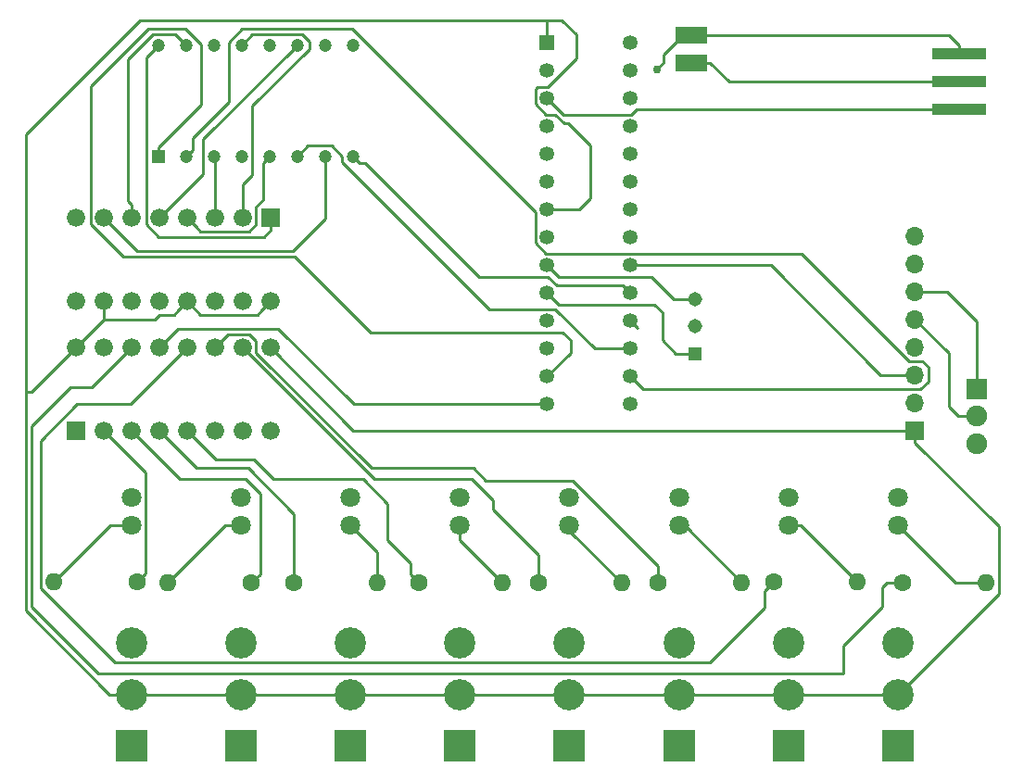
<source format=gbr>
G04 #@! TF.GenerationSoftware,KiCad,Pcbnew,(5.0.2)-1*
G04 #@! TF.CreationDate,2019-11-03T18:05:40-05:00*
G04 #@! TF.ProjectId,bin2hex,62696e32-6865-4782-9e6b-696361645f70,v01*
G04 #@! TF.SameCoordinates,Original*
G04 #@! TF.FileFunction,Copper,L1,Top*
G04 #@! TF.FilePolarity,Positive*
%FSLAX46Y46*%
G04 Gerber Fmt 4.6, Leading zero omitted, Abs format (unit mm)*
G04 Created by KiCad (PCBNEW (5.0.2)-1) date 11/3/2019 6:05:40 PM*
%MOMM*%
%LPD*%
G01*
G04 APERTURE LIST*
G04 #@! TA.AperFunction,ComponentPad*
%ADD10R,1.900000X1.900000*%
G04 #@! TD*
G04 #@! TA.AperFunction,ComponentPad*
%ADD11C,1.900000*%
G04 #@! TD*
G04 #@! TA.AperFunction,ComponentPad*
%ADD12R,1.200000X1.200000*%
G04 #@! TD*
G04 #@! TA.AperFunction,ComponentPad*
%ADD13C,1.200000*%
G04 #@! TD*
G04 #@! TA.AperFunction,ComponentPad*
%ADD14C,2.850000*%
G04 #@! TD*
G04 #@! TA.AperFunction,ComponentPad*
%ADD15R,2.850000X2.850000*%
G04 #@! TD*
G04 #@! TA.AperFunction,ComponentPad*
%ADD16C,1.800000*%
G04 #@! TD*
G04 #@! TA.AperFunction,ComponentPad*
%ADD17O,1.600000X1.600000*%
G04 #@! TD*
G04 #@! TA.AperFunction,ComponentPad*
%ADD18C,1.600000*%
G04 #@! TD*
G04 #@! TA.AperFunction,SMDPad,CuDef*
%ADD19R,5.000000X1.000000*%
G04 #@! TD*
G04 #@! TA.AperFunction,ComponentPad*
%ADD20R,1.676400X1.676400*%
G04 #@! TD*
G04 #@! TA.AperFunction,ComponentPad*
%ADD21C,1.676400*%
G04 #@! TD*
G04 #@! TA.AperFunction,ComponentPad*
%ADD22R,1.308000X1.308000*%
G04 #@! TD*
G04 #@! TA.AperFunction,ComponentPad*
%ADD23C,1.308000*%
G04 #@! TD*
G04 #@! TA.AperFunction,ComponentPad*
%ADD24R,1.350000X1.350000*%
G04 #@! TD*
G04 #@! TA.AperFunction,ComponentPad*
%ADD25C,1.350000*%
G04 #@! TD*
G04 #@! TA.AperFunction,SMDPad,CuDef*
%ADD26R,3.000000X1.500000*%
G04 #@! TD*
G04 #@! TA.AperFunction,ComponentPad*
%ADD27R,1.700000X1.700000*%
G04 #@! TD*
G04 #@! TA.AperFunction,ComponentPad*
%ADD28O,1.700000X1.700000*%
G04 #@! TD*
G04 #@! TA.AperFunction,ViaPad*
%ADD29C,0.762000*%
G04 #@! TD*
G04 #@! TA.AperFunction,Conductor*
%ADD30C,0.254000*%
G04 #@! TD*
G04 APERTURE END LIST*
D10*
G04 #@! TO.P,S9,1*
G04 #@! TO.N,Net-(J2-Pad6)*
X187248800Y-105283000D03*
D11*
G04 #@! TO.P,S9,2*
G04 #@! TO.N,Net-(J2-Pad5)*
X187248800Y-107783000D03*
G04 #@! TO.P,S9,3*
G04 #@! TO.N,GND*
X187248800Y-110283000D03*
G04 #@! TD*
D12*
G04 #@! TO.P,U2,1*
G04 #@! TO.N,Net-(J1-Pad13)*
X112445800Y-84023200D03*
D13*
G04 #@! TO.P,U2,2*
G04 #@! TO.N,Net-(J1-Pad16)*
X114985800Y-84023200D03*
G04 #@! TO.P,U2,3*
G04 #@! TO.N,Net-(U2-Pad3)*
X117525800Y-84023200D03*
G04 #@! TO.P,U2,4*
G04 #@! TO.N,N/C*
X120065800Y-84023200D03*
G04 #@! TO.P,U2,5*
G04 #@! TO.N,Net-(U2-Pad5)*
X122605800Y-84023200D03*
G04 #@! TO.P,U2,6*
G04 #@! TO.N,Net-(J1-Pad17)*
X125145800Y-84023200D03*
G04 #@! TO.P,U2,7*
G04 #@! TO.N,Net-(U2-Pad7)*
X127685800Y-84023200D03*
G04 #@! TO.P,U2,8*
G04 #@! TO.N,Net-(J1-Pad19)*
X130225800Y-84023200D03*
G04 #@! TO.P,U2,9*
G04 #@! TO.N,N/C*
X130225800Y-73863200D03*
G04 #@! TO.P,U2,10*
X127685800Y-73863200D03*
G04 #@! TO.P,U2,11*
G04 #@! TO.N,Net-(U2-Pad11)*
X125145800Y-73863200D03*
G04 #@! TO.P,U2,12*
G04 #@! TO.N,N/C*
X122605800Y-73863200D03*
G04 #@! TO.P,U2,13*
G04 #@! TO.N,Net-(U2-Pad13)*
X120065800Y-73863200D03*
G04 #@! TO.P,U2,14*
G04 #@! TO.N,Net-(U2-Pad14)*
X117525800Y-73863200D03*
G04 #@! TO.P,U2,15*
G04 #@! TO.N,Net-(U2-Pad15)*
X114985800Y-73863200D03*
G04 #@! TO.P,U2,16*
G04 #@! TO.N,Net-(U2-Pad16)*
X112445800Y-73863200D03*
G04 #@! TD*
D14*
G04 #@! TO.P,S8,3*
G04 #@! TO.N,Net-(S8-Pad3)*
X180000000Y-128498400D03*
G04 #@! TO.P,S8,2*
G04 #@! TO.N,+5V*
X180000000Y-133198400D03*
D15*
G04 #@! TO.P,S8,1*
G04 #@! TO.N,Net-(R8-Pad1)*
X180000000Y-137898400D03*
G04 #@! TD*
D14*
G04 #@! TO.P,S2,3*
G04 #@! TO.N,Net-(S2-Pad3)*
X120000000Y-128498400D03*
G04 #@! TO.P,S2,2*
G04 #@! TO.N,+5V*
X120000000Y-133198400D03*
D15*
G04 #@! TO.P,S2,1*
G04 #@! TO.N,Net-(R2-Pad1)*
X120000000Y-137898400D03*
G04 #@! TD*
D16*
G04 #@! TO.P,D1,2*
G04 #@! TO.N,Net-(D1-Pad2)*
X110000000Y-117770000D03*
G04 #@! TO.P,D1,1*
G04 #@! TO.N,GND*
X110000000Y-115230000D03*
G04 #@! TD*
G04 #@! TO.P,D2,1*
G04 #@! TO.N,GND*
X120000000Y-115230000D03*
G04 #@! TO.P,D2,2*
G04 #@! TO.N,Net-(D2-Pad2)*
X120000000Y-117770000D03*
G04 #@! TD*
G04 #@! TO.P,D3,2*
G04 #@! TO.N,Net-(D3-Pad2)*
X130000000Y-117770000D03*
G04 #@! TO.P,D3,1*
G04 #@! TO.N,GND*
X130000000Y-115230000D03*
G04 #@! TD*
G04 #@! TO.P,D4,1*
G04 #@! TO.N,GND*
X140000000Y-115230000D03*
G04 #@! TO.P,D4,2*
G04 #@! TO.N,Net-(D4-Pad2)*
X140000000Y-117770000D03*
G04 #@! TD*
G04 #@! TO.P,D5,2*
G04 #@! TO.N,Net-(D5-Pad2)*
X150000000Y-117770000D03*
G04 #@! TO.P,D5,1*
G04 #@! TO.N,GND*
X150000000Y-115230000D03*
G04 #@! TD*
G04 #@! TO.P,D6,1*
G04 #@! TO.N,GND*
X160000000Y-115230000D03*
G04 #@! TO.P,D6,2*
G04 #@! TO.N,Net-(D6-Pad2)*
X160000000Y-117770000D03*
G04 #@! TD*
G04 #@! TO.P,D7,2*
G04 #@! TO.N,Net-(D7-Pad2)*
X170000000Y-117770000D03*
G04 #@! TO.P,D7,1*
G04 #@! TO.N,GND*
X170000000Y-115230000D03*
G04 #@! TD*
G04 #@! TO.P,D8,1*
G04 #@! TO.N,GND*
X180000000Y-115230000D03*
G04 #@! TO.P,D8,2*
G04 #@! TO.N,Net-(D8-Pad2)*
X180000000Y-117770000D03*
G04 #@! TD*
D17*
G04 #@! TO.P,R1,2*
G04 #@! TO.N,Net-(D1-Pad2)*
X102870000Y-122936000D03*
D18*
G04 #@! TO.P,R1,1*
G04 #@! TO.N,Net-(R1-Pad1)*
X110490000Y-122936000D03*
G04 #@! TD*
G04 #@! TO.P,R2,1*
G04 #@! TO.N,Net-(R2-Pad1)*
X120954800Y-122986800D03*
D17*
G04 #@! TO.P,R2,2*
G04 #@! TO.N,Net-(D2-Pad2)*
X113334800Y-122986800D03*
G04 #@! TD*
G04 #@! TO.P,R3,2*
G04 #@! TO.N,Net-(D3-Pad2)*
X132435600Y-122986800D03*
D18*
G04 #@! TO.P,R3,1*
G04 #@! TO.N,Net-(R3-Pad1)*
X124815600Y-122986800D03*
G04 #@! TD*
G04 #@! TO.P,R4,1*
G04 #@! TO.N,Net-(R4-Pad1)*
X136250000Y-123000000D03*
D17*
G04 #@! TO.P,R4,2*
G04 #@! TO.N,Net-(D4-Pad2)*
X143870000Y-123000000D03*
G04 #@! TD*
G04 #@! TO.P,R5,2*
G04 #@! TO.N,Net-(D5-Pad2)*
X154762200Y-123000000D03*
D18*
G04 #@! TO.P,R5,1*
G04 #@! TO.N,Net-(R5-Pad1)*
X147142200Y-123000000D03*
G04 #@! TD*
G04 #@! TO.P,R6,1*
G04 #@! TO.N,Net-(R6-Pad1)*
X158115000Y-122961400D03*
D17*
G04 #@! TO.P,R6,2*
G04 #@! TO.N,Net-(D6-Pad2)*
X165735000Y-122961400D03*
G04 #@! TD*
D18*
G04 #@! TO.P,R7,1*
G04 #@! TO.N,Net-(R7-Pad1)*
X168656000Y-122936000D03*
D17*
G04 #@! TO.P,R7,2*
G04 #@! TO.N,Net-(D7-Pad2)*
X176276000Y-122936000D03*
G04 #@! TD*
G04 #@! TO.P,R8,2*
G04 #@! TO.N,Net-(D8-Pad2)*
X188036200Y-123012200D03*
D18*
G04 #@! TO.P,R8,1*
G04 #@! TO.N,Net-(R8-Pad1)*
X180416200Y-123012200D03*
G04 #@! TD*
D19*
G04 #@! TO.P,RV1,1*
G04 #@! TO.N,Net-(J1-Pad3)*
X185623200Y-79756000D03*
G04 #@! TO.P,RV1,2*
G04 #@! TO.N,Net-(LS1-Pad1)*
X185623200Y-77216000D03*
G04 #@! TO.P,RV1,3*
G04 #@! TO.N,GND*
X185623200Y-74676000D03*
G04 #@! TD*
D15*
G04 #@! TO.P,S1,1*
G04 #@! TO.N,Net-(R1-Pad1)*
X110000000Y-137898400D03*
D14*
G04 #@! TO.P,S1,2*
G04 #@! TO.N,+5V*
X110000000Y-133198400D03*
G04 #@! TO.P,S1,3*
G04 #@! TO.N,Net-(S1-Pad3)*
X110000000Y-128498400D03*
G04 #@! TD*
G04 #@! TO.P,S3,3*
G04 #@! TO.N,Net-(S3-Pad3)*
X130000000Y-128498400D03*
G04 #@! TO.P,S3,2*
G04 #@! TO.N,+5V*
X130000000Y-133198400D03*
D15*
G04 #@! TO.P,S3,1*
G04 #@! TO.N,Net-(R3-Pad1)*
X130000000Y-137898400D03*
G04 #@! TD*
G04 #@! TO.P,S4,1*
G04 #@! TO.N,Net-(R4-Pad1)*
X140000000Y-137898400D03*
D14*
G04 #@! TO.P,S4,2*
G04 #@! TO.N,+5V*
X140000000Y-133198400D03*
G04 #@! TO.P,S4,3*
G04 #@! TO.N,Net-(S4-Pad3)*
X140000000Y-128498400D03*
G04 #@! TD*
D15*
G04 #@! TO.P,S5,1*
G04 #@! TO.N,Net-(R5-Pad1)*
X150000000Y-137898400D03*
D14*
G04 #@! TO.P,S5,2*
G04 #@! TO.N,+5V*
X150000000Y-133198400D03*
G04 #@! TO.P,S5,3*
G04 #@! TO.N,Net-(S5-Pad3)*
X150000000Y-128498400D03*
G04 #@! TD*
G04 #@! TO.P,S6,3*
G04 #@! TO.N,Net-(S6-Pad3)*
X160000000Y-128498400D03*
G04 #@! TO.P,S6,2*
G04 #@! TO.N,+5V*
X160000000Y-133198400D03*
D15*
G04 #@! TO.P,S6,1*
G04 #@! TO.N,Net-(R6-Pad1)*
X160000000Y-137898400D03*
G04 #@! TD*
G04 #@! TO.P,S7,1*
G04 #@! TO.N,Net-(R7-Pad1)*
X170000000Y-137898400D03*
D14*
G04 #@! TO.P,S7,2*
G04 #@! TO.N,+5V*
X170000000Y-133198400D03*
G04 #@! TO.P,S7,3*
G04 #@! TO.N,Net-(S7-Pad3)*
X170000000Y-128498400D03*
G04 #@! TD*
D20*
G04 #@! TO.P,U1,1*
G04 #@! TO.N,GND*
X104927400Y-109118400D03*
D21*
G04 #@! TO.P,U1,2*
G04 #@! TO.N,Net-(R1-Pad1)*
X107467400Y-109118400D03*
G04 #@! TO.P,U1,3*
G04 #@! TO.N,Net-(R2-Pad1)*
X110007400Y-109118400D03*
G04 #@! TO.P,U1,4*
G04 #@! TO.N,Net-(R3-Pad1)*
X112547400Y-109118400D03*
G04 #@! TO.P,U1,5*
G04 #@! TO.N,Net-(R4-Pad1)*
X115087400Y-109118400D03*
G04 #@! TO.P,U1,6*
G04 #@! TO.N,Net-(J1-Pad12)*
X117627400Y-109118400D03*
G04 #@! TO.P,U1,7*
G04 #@! TO.N,Net-(J1-Pad15)*
X120167400Y-109118400D03*
G04 #@! TO.P,U1,8*
G04 #@! TO.N,GND*
X122707400Y-109118400D03*
G04 #@! TO.P,U1,9*
G04 #@! TO.N,+5V*
X122707400Y-101498400D03*
G04 #@! TO.P,U1,10*
G04 #@! TO.N,Net-(R5-Pad1)*
X120167400Y-101498400D03*
G04 #@! TO.P,U1,11*
G04 #@! TO.N,Net-(R6-Pad1)*
X117627400Y-101498400D03*
G04 #@! TO.P,U1,12*
G04 #@! TO.N,Net-(R7-Pad1)*
X115087400Y-101498400D03*
G04 #@! TO.P,U1,13*
G04 #@! TO.N,Net-(J1-Pad14)*
X112547400Y-101498400D03*
G04 #@! TO.P,U1,14*
G04 #@! TO.N,Net-(R8-Pad1)*
X110007400Y-101498400D03*
G04 #@! TO.P,U1,15*
G04 #@! TO.N,Net-(J1-Pad18)*
X107467400Y-101498400D03*
G04 #@! TO.P,U1,16*
G04 #@! TO.N,+5V*
X104927400Y-101498400D03*
G04 #@! TD*
G04 #@! TO.P,U3,16*
G04 #@! TO.N,+5V*
X122707400Y-97282000D03*
G04 #@! TO.P,U3,15*
G04 #@! TO.N,Net-(U2-Pad14)*
X120167400Y-97282000D03*
G04 #@! TO.P,U3,14*
G04 #@! TO.N,Net-(J1-Pad5)*
X117627400Y-97282000D03*
G04 #@! TO.P,U3,13*
G04 #@! TO.N,+5V*
X115087400Y-97282000D03*
G04 #@! TO.P,U3,12*
G04 #@! TO.N,Net-(J1-Pad11)*
X112547400Y-97282000D03*
G04 #@! TO.P,U3,11*
G04 #@! TO.N,Net-(J1-Pad6)*
X110007400Y-97282000D03*
G04 #@! TO.P,U3,10*
G04 #@! TO.N,+5V*
X107467400Y-97282000D03*
G04 #@! TO.P,U3,9*
G04 #@! TO.N,Net-(U3-Pad9)*
X104927400Y-97282000D03*
G04 #@! TO.P,U3,8*
G04 #@! TO.N,GND*
X104927400Y-89662000D03*
G04 #@! TO.P,U3,7*
G04 #@! TO.N,Net-(U2-Pad7)*
X107467400Y-89662000D03*
G04 #@! TO.P,U3,6*
G04 #@! TO.N,Net-(U2-Pad15)*
X110007400Y-89662000D03*
G04 #@! TO.P,U3,5*
G04 #@! TO.N,Net-(U2-Pad11)*
X112547400Y-89662000D03*
G04 #@! TO.P,U3,4*
G04 #@! TO.N,Net-(U2-Pad5)*
X115087400Y-89662000D03*
G04 #@! TO.P,U3,3*
G04 #@! TO.N,Net-(U2-Pad3)*
X117627400Y-89662000D03*
G04 #@! TO.P,U3,2*
G04 #@! TO.N,Net-(U2-Pad13)*
X120167400Y-89662000D03*
D20*
G04 #@! TO.P,U3,1*
G04 #@! TO.N,Net-(U2-Pad16)*
X122707400Y-89662000D03*
G04 #@! TD*
D22*
G04 #@! TO.P,Y1,1*
G04 #@! TO.N,Net-(J1-Pad10)*
X161518600Y-102068000D03*
D23*
G04 #@! TO.P,Y1,2*
G04 #@! TO.N,GND*
X161518600Y-99568000D03*
G04 #@! TO.P,Y1,3*
G04 #@! TO.N,Net-(J1-Pad9)*
X161518600Y-97068000D03*
G04 #@! TD*
D24*
G04 #@! TO.P,J1,1*
G04 #@! TO.N,+5V*
X147955000Y-73660000D03*
D25*
G04 #@! TO.P,J1,2*
G04 #@! TO.N,Net-(J1-Pad2)*
X147955000Y-76200000D03*
G04 #@! TO.P,J1,3*
G04 #@! TO.N,Net-(J1-Pad3)*
X147955000Y-78740000D03*
G04 #@! TO.P,J1,4*
G04 #@! TO.N,Net-(J1-Pad4)*
X147955000Y-81280000D03*
G04 #@! TO.P,J1,5*
G04 #@! TO.N,Net-(J1-Pad5)*
X147955000Y-83820000D03*
G04 #@! TO.P,J1,6*
G04 #@! TO.N,Net-(J1-Pad6)*
X147955000Y-86360000D03*
G04 #@! TO.P,J1,7*
G04 #@! TO.N,+5V*
X147955000Y-88900000D03*
G04 #@! TO.P,J1,8*
G04 #@! TO.N,GND*
X147955000Y-91440000D03*
G04 #@! TO.P,J1,9*
G04 #@! TO.N,Net-(J1-Pad9)*
X147955000Y-93980000D03*
G04 #@! TO.P,J1,10*
G04 #@! TO.N,Net-(J1-Pad10)*
X147955000Y-96520000D03*
G04 #@! TO.P,J1,11*
G04 #@! TO.N,Net-(J1-Pad11)*
X147955000Y-99060000D03*
G04 #@! TO.P,J1,12*
G04 #@! TO.N,Net-(J1-Pad12)*
X147955000Y-101600000D03*
G04 #@! TO.P,J1,13*
G04 #@! TO.N,Net-(J1-Pad13)*
X147955000Y-104140000D03*
G04 #@! TO.P,J1,14*
G04 #@! TO.N,Net-(J1-Pad14)*
X147955000Y-106680000D03*
G04 #@! TO.P,J1,15*
G04 #@! TO.N,Net-(J1-Pad15)*
X155575000Y-106680000D03*
G04 #@! TO.P,J1,16*
G04 #@! TO.N,Net-(J1-Pad16)*
X155575000Y-104140000D03*
G04 #@! TO.P,J1,17*
G04 #@! TO.N,Net-(J1-Pad17)*
X155575000Y-101600000D03*
G04 #@! TO.P,J1,18*
G04 #@! TO.N,Net-(J1-Pad18)*
X155575000Y-99060000D03*
G04 #@! TO.P,J1,19*
G04 #@! TO.N,Net-(J1-Pad19)*
X155575000Y-96520000D03*
G04 #@! TO.P,J1,20*
G04 #@! TO.N,/LBO*
X155575000Y-93980000D03*
G04 #@! TO.P,J1,21*
G04 #@! TO.N,Net-(J1-Pad21)*
X155575000Y-91440000D03*
G04 #@! TO.P,J1,22*
G04 #@! TO.N,Net-(J1-Pad22)*
X155575000Y-88900000D03*
G04 #@! TO.P,J1,23*
G04 #@! TO.N,Net-(J1-Pad23)*
X155575000Y-86360000D03*
G04 #@! TO.P,J1,24*
G04 #@! TO.N,Net-(J1-Pad24)*
X155575000Y-83820000D03*
G04 #@! TO.P,J1,25*
G04 #@! TO.N,Net-(J1-Pad25)*
X155575000Y-81280000D03*
G04 #@! TO.P,J1,26*
G04 #@! TO.N,Net-(J1-Pad26)*
X155575000Y-78740000D03*
G04 #@! TO.P,J1,27*
G04 #@! TO.N,Net-(J1-Pad27)*
X155575000Y-76200000D03*
G04 #@! TO.P,J1,28*
G04 #@! TO.N,Net-(J1-Pad28)*
X155575000Y-73660000D03*
G04 #@! TD*
D26*
G04 #@! TO.P,LS1,1*
G04 #@! TO.N,Net-(LS1-Pad1)*
X161112200Y-75488800D03*
G04 #@! TO.P,LS1,2*
G04 #@! TO.N,GND*
X161112200Y-72948800D03*
G04 #@! TD*
D27*
G04 #@! TO.P,J2,1*
G04 #@! TO.N,+5V*
X181559200Y-109067600D03*
D28*
G04 #@! TO.P,J2,2*
G04 #@! TO.N,GND*
X181559200Y-106527600D03*
G04 #@! TO.P,J2,3*
G04 #@! TO.N,/LBO*
X181559200Y-103987600D03*
G04 #@! TO.P,J2,4*
G04 #@! TO.N,GND*
X181559200Y-101447600D03*
G04 #@! TO.P,J2,5*
G04 #@! TO.N,Net-(J2-Pad5)*
X181559200Y-98907600D03*
G04 #@! TO.P,J2,6*
G04 #@! TO.N,Net-(J2-Pad6)*
X181559200Y-96367600D03*
G04 #@! TO.P,J2,7*
G04 #@! TO.N,Net-(J2-Pad7)*
X181559200Y-93827600D03*
G04 #@! TO.P,J2,8*
G04 #@! TO.N,Net-(J2-Pad8)*
X181559200Y-91287600D03*
G04 #@! TD*
D29*
G04 #@! TO.N,GND*
X157988000Y-76073000D03*
G04 #@! TD*
D30*
G04 #@! TO.N,Net-(D1-Pad2)*
X108036000Y-117770000D02*
X110000000Y-117770000D01*
X102870000Y-122936000D02*
X108036000Y-117770000D01*
G04 #@! TO.N,GND*
X187623200Y-74676000D02*
X185623200Y-74676000D01*
X157988000Y-76073000D02*
X158623000Y-75438000D01*
X160362200Y-72948800D02*
X161112200Y-72948800D01*
X158623000Y-74688000D02*
X160362200Y-72948800D01*
X158623000Y-75438000D02*
X158623000Y-74688000D01*
X185623200Y-73922000D02*
X185623200Y-74676000D01*
X184650000Y-72948800D02*
X185623200Y-73922000D01*
X161112200Y-72948800D02*
X184650000Y-72948800D01*
G04 #@! TO.N,Net-(D2-Pad2)*
X118551600Y-117770000D02*
X120000000Y-117770000D01*
X113334800Y-122986800D02*
X118551600Y-117770000D01*
G04 #@! TO.N,Net-(D3-Pad2)*
X132435600Y-120205600D02*
X130000000Y-117770000D01*
X132435600Y-122986800D02*
X132435600Y-120205600D01*
G04 #@! TO.N,Net-(D4-Pad2)*
X140000000Y-119130000D02*
X140000000Y-118186200D01*
X140000000Y-119130000D02*
X140000000Y-117770000D01*
X143870000Y-123000000D02*
X140000000Y-119130000D01*
G04 #@! TO.N,Net-(D5-Pad2)*
X150126200Y-118364000D02*
X150000000Y-118364000D01*
X150000000Y-118237800D02*
X150000000Y-117770000D01*
X154762200Y-123000000D02*
X150000000Y-118237800D01*
G04 #@! TO.N,Net-(D6-Pad2)*
X160543600Y-117770000D02*
X160000000Y-117770000D01*
X165735000Y-122961400D02*
X160543600Y-117770000D01*
G04 #@! TO.N,Net-(D7-Pad2)*
X171110000Y-117770000D02*
X170000000Y-117770000D01*
X176276000Y-122936000D02*
X171110000Y-117770000D01*
G04 #@! TO.N,Net-(D8-Pad2)*
X185242200Y-123012200D02*
X180000000Y-117770000D01*
X188036200Y-123012200D02*
X185242200Y-123012200D01*
G04 #@! TO.N,Net-(J1-Pad3)*
X149438999Y-80223999D02*
X147955000Y-78740000D01*
X155653883Y-80223999D02*
X149438999Y-80223999D01*
X185623200Y-79756000D02*
X156121882Y-79756000D01*
X156121882Y-79756000D02*
X155653883Y-80223999D01*
G04 #@! TO.N,/LBO*
X181559200Y-103987600D02*
X178409600Y-103987600D01*
X168402000Y-93980000D02*
X155575000Y-93980000D01*
X178409600Y-103987600D02*
X168402000Y-93980000D01*
G04 #@! TO.N,+5V*
X177984746Y-133198400D02*
X170000000Y-133198400D01*
X180000000Y-133198400D02*
X177984746Y-133198400D01*
X167984746Y-133198400D02*
X160000000Y-133198400D01*
X170000000Y-133198400D02*
X167984746Y-133198400D01*
X160000000Y-133198400D02*
X150000000Y-133198400D01*
X150000000Y-133198400D02*
X140000000Y-133198400D01*
X137984746Y-133198400D02*
X130000000Y-133198400D01*
X140000000Y-133198400D02*
X137984746Y-133198400D01*
X127984746Y-133198400D02*
X120000000Y-133198400D01*
X130000000Y-133198400D02*
X127984746Y-133198400D01*
X117984746Y-133198400D02*
X110000000Y-133198400D01*
X120000000Y-133198400D02*
X117984746Y-133198400D01*
X100838000Y-105587800D02*
X104927400Y-101498400D01*
X181559200Y-110171600D02*
X181597201Y-110209601D01*
X107984746Y-133198400D02*
X110000000Y-133198400D01*
X100337110Y-125550764D02*
X107984746Y-133198400D01*
X100413310Y-105587800D02*
X100337110Y-105664000D01*
X100838000Y-105587800D02*
X100413310Y-105587800D01*
X100337110Y-105664000D02*
X100337110Y-125550764D01*
X107467400Y-98958400D02*
X107467400Y-97282000D01*
X104927400Y-101498400D02*
X107467400Y-98958400D01*
X114249201Y-98120199D02*
X115087400Y-97282000D01*
X113868199Y-98501201D02*
X114249201Y-98120199D01*
X112572799Y-98501201D02*
X113868199Y-98501201D01*
X112115600Y-98958400D02*
X112572799Y-98501201D01*
X107467400Y-98958400D02*
X112115600Y-98958400D01*
X121869201Y-98120199D02*
X122707400Y-97282000D01*
X121488199Y-98501201D02*
X121869201Y-98120199D01*
X116306601Y-98501201D02*
X121488199Y-98501201D01*
X115087400Y-97282000D02*
X116306601Y-98501201D01*
X130276600Y-109067600D02*
X181559200Y-109067600D01*
X122707400Y-101498400D02*
X130276600Y-109067600D01*
X151892000Y-83058000D02*
X151892000Y-87884000D01*
X150622000Y-72898000D02*
X150622000Y-75095882D01*
X149301310Y-71577310D02*
X150622000Y-72898000D01*
X150622000Y-75095882D02*
X148033883Y-77683999D01*
X100337110Y-105664000D02*
X100337110Y-82034890D01*
X147876117Y-80223999D02*
X148720565Y-80223999D01*
X100337110Y-82034890D02*
X110794690Y-71577310D01*
X147106001Y-77683999D02*
X146898999Y-77891001D01*
X146898999Y-77891001D02*
X146898999Y-79246881D01*
X146898999Y-79246881D02*
X147876117Y-80223999D01*
X148720565Y-80223999D02*
X149522566Y-81026000D01*
X148033883Y-77683999D02*
X147106001Y-77683999D01*
X149522566Y-81026000D02*
X149860000Y-81026000D01*
X150876000Y-88900000D02*
X147955000Y-88900000D01*
X151892000Y-87884000D02*
X150876000Y-88900000D01*
X149860000Y-81026000D02*
X151892000Y-83058000D01*
X181559200Y-110171600D02*
X181559200Y-109067600D01*
X189217201Y-117829601D02*
X181559200Y-110171600D01*
X180000000Y-133198400D02*
X189217201Y-123981199D01*
X189217201Y-123981199D02*
X189217201Y-117829601D01*
X147955000Y-72731000D02*
X147955000Y-71577310D01*
X147955000Y-73660000D02*
X147955000Y-72731000D01*
X110794690Y-71577310D02*
X147955000Y-71577310D01*
X147955000Y-71577310D02*
X149301310Y-71577310D01*
G04 #@! TO.N,Net-(J1-Pad9)*
X161518600Y-97068000D02*
X159552000Y-97068000D01*
X148629999Y-94654999D02*
X147955000Y-93980000D01*
X149011001Y-95036001D02*
X148629999Y-94654999D01*
X157520001Y-95036001D02*
X149011001Y-95036001D01*
X159552000Y-97068000D02*
X157520001Y-95036001D01*
G04 #@! TO.N,Net-(J1-Pad10)*
X161518600Y-102068000D02*
X159726000Y-102068000D01*
X159726000Y-102068000D02*
X158496000Y-100838000D01*
X158496000Y-100838000D02*
X158496000Y-98298000D01*
X148629999Y-97194999D02*
X147955000Y-96520000D01*
X149011001Y-97576001D02*
X148629999Y-97194999D01*
X157774001Y-97576001D02*
X149011001Y-97576001D01*
X158496000Y-98298000D02*
X157774001Y-97576001D01*
G04 #@! TO.N,Net-(J1-Pad13)*
X150114133Y-101980867D02*
X147955000Y-104140000D01*
X149392001Y-100116001D02*
X150114133Y-100838133D01*
X131822415Y-100116001D02*
X149392001Y-100116001D01*
X124924424Y-93218010D02*
X131822415Y-100116001D01*
X109218992Y-93218010D02*
X124924424Y-93218010D01*
X106248199Y-77647801D02*
X106248199Y-90247217D01*
X106248199Y-90247217D02*
X109218992Y-93218010D01*
X112445800Y-83169200D02*
X116332000Y-79283000D01*
X150114133Y-100838133D02*
X150114133Y-101980867D01*
X112445800Y-84023200D02*
X112445800Y-83169200D01*
X116332000Y-79283000D02*
X116332000Y-73757518D01*
X116332000Y-73757518D02*
X114948671Y-72374189D01*
X114948671Y-72374189D02*
X111521811Y-72374189D01*
X111521811Y-72374189D02*
X106248199Y-77647801D01*
G04 #@! TO.N,Net-(J1-Pad14)*
X130302000Y-106680000D02*
X147955000Y-106680000D01*
X123393189Y-99771189D02*
X130302000Y-106680000D01*
X112547400Y-101498400D02*
X114274611Y-99771189D01*
X114274611Y-99771189D02*
X123393189Y-99771189D01*
G04 #@! TO.N,Net-(J1-Pad16)*
X115585799Y-82335083D02*
X118872000Y-79048882D01*
X114985800Y-84023200D02*
X115585799Y-83423201D01*
X115585799Y-83423201D02*
X115585799Y-82335083D01*
X181046317Y-102756599D02*
X182258599Y-102756599D01*
X171213717Y-92923999D02*
X181046317Y-102756599D01*
X118872000Y-79048882D02*
X118872000Y-73605118D01*
X120102929Y-72374189D02*
X130188671Y-72374189D01*
X118872000Y-73605118D02*
X120102929Y-72374189D01*
X130188671Y-72374189D02*
X146898999Y-89084517D01*
X146898999Y-89084517D02*
X146898999Y-91946881D01*
X147876117Y-92923999D02*
X171213717Y-92923999D01*
X146898999Y-91946881D02*
X147876117Y-92923999D01*
X156249999Y-104814999D02*
X155575000Y-104140000D01*
X156731599Y-105296599D02*
X156249999Y-104814999D01*
X182072083Y-105296599D02*
X156731599Y-105296599D01*
X182790201Y-104578481D02*
X182072083Y-105296599D01*
X182790201Y-103288201D02*
X182790201Y-104578481D01*
X182258599Y-102756599D02*
X182790201Y-103288201D01*
G04 #@! TO.N,Net-(J1-Pad17)*
X129244799Y-84032799D02*
X129244799Y-84540799D01*
X125145800Y-84023200D02*
X126126801Y-83042199D01*
X126126801Y-83042199D02*
X128254199Y-83042199D01*
X128254199Y-83042199D02*
X129244799Y-84032799D01*
X154620406Y-101600000D02*
X155575000Y-101600000D01*
X152316566Y-101600000D02*
X154620406Y-101600000D01*
X148720565Y-98003999D02*
X152316566Y-101600000D01*
X142707999Y-98003999D02*
X148720565Y-98003999D01*
X129244799Y-84540799D02*
X142707999Y-98003999D01*
G04 #@! TO.N,Net-(J1-Pad18)*
X156249999Y-99734999D02*
X155575000Y-99060000D01*
G04 #@! TO.N,Net-(J1-Pad19)*
X154900001Y-95845001D02*
X155575000Y-96520000D01*
X130825799Y-84623199D02*
X131359199Y-84623199D01*
X130225800Y-84023200D02*
X130825799Y-84623199D01*
X131359199Y-84623199D02*
X141772001Y-95036001D01*
X141772001Y-95036001D02*
X148033883Y-95036001D01*
X148033883Y-95036001D02*
X148842883Y-95845001D01*
X148842883Y-95845001D02*
X154900001Y-95845001D01*
G04 #@! TO.N,Net-(J2-Pad5)*
X184658000Y-102006400D02*
X181559200Y-98907600D01*
X184658000Y-106934000D02*
X184658000Y-102006400D01*
X185507000Y-107783000D02*
X184658000Y-106934000D01*
X187248800Y-107783000D02*
X185507000Y-107783000D01*
G04 #@! TO.N,Net-(J2-Pad6)*
X184505600Y-96367600D02*
X181559200Y-96367600D01*
X187248800Y-99110800D02*
X184505600Y-96367600D01*
X187248800Y-105283000D02*
X187248800Y-99110800D01*
G04 #@! TO.N,Net-(LS1-Pad1)*
X182869200Y-77216000D02*
X185623200Y-77216000D01*
X164593400Y-77216000D02*
X182869200Y-77216000D01*
X162866200Y-75488800D02*
X164593400Y-77216000D01*
X161112200Y-75488800D02*
X162866200Y-75488800D01*
G04 #@! TO.N,Net-(R1-Pad1)*
X110000000Y-123426000D02*
X110490000Y-122936000D01*
X111289999Y-112940999D02*
X107467400Y-109118400D01*
X110490000Y-122936000D02*
X111289999Y-122136001D01*
X111289999Y-122136001D02*
X111289999Y-112940999D01*
G04 #@! TO.N,Net-(R2-Pad1)*
X121754799Y-114880517D02*
X120412282Y-113538000D01*
X120954800Y-122986800D02*
X121754799Y-122186801D01*
X121754799Y-122186801D02*
X121754799Y-114880517D01*
X114427000Y-113538000D02*
X110007400Y-109118400D01*
X120412282Y-113538000D02*
X114427000Y-113538000D01*
G04 #@! TO.N,Net-(R3-Pad1)*
X124815600Y-123314000D02*
X124815600Y-122986800D01*
X124815600Y-122986800D02*
X124815600Y-116687600D01*
X124815600Y-116687600D02*
X120650000Y-112522000D01*
X115951000Y-112522000D02*
X112547400Y-109118400D01*
X120650000Y-112522000D02*
X115951000Y-112522000D01*
G04 #@! TO.N,Net-(R4-Pad1)*
X135450001Y-122200001D02*
X135450001Y-121226001D01*
X136250000Y-123000000D02*
X135450001Y-122200001D01*
X135450001Y-121226001D02*
X133350000Y-119126000D01*
X133350000Y-115756918D02*
X131131082Y-113538000D01*
X133350000Y-119126000D02*
X133350000Y-115756918D01*
X131131082Y-113538000D02*
X122936000Y-113538000D01*
X122936000Y-113538000D02*
X121158000Y-111760000D01*
X117729000Y-111760000D02*
X115087400Y-109118400D01*
X121158000Y-111760000D02*
X117729000Y-111760000D01*
G04 #@! TO.N,Net-(R5-Pad1)*
X132207000Y-113538000D02*
X120167400Y-101498400D01*
X141113282Y-113538000D02*
X132207000Y-113538000D01*
X143002000Y-115426718D02*
X141113282Y-113538000D01*
X143002000Y-116332000D02*
X143002000Y-115426718D01*
X147142200Y-123000000D02*
X147142200Y-120472200D01*
X147142200Y-120472200D02*
X143002000Y-116332000D01*
G04 #@! TO.N,Net-(R6-Pad1)*
X118465599Y-100660201D02*
X117627400Y-101498400D01*
X118846601Y-100279199D02*
X118465599Y-100660201D01*
X120752617Y-100279199D02*
X118846601Y-100279199D01*
X121386601Y-100913183D02*
X120752617Y-100279199D01*
X121386601Y-101999167D02*
X121386601Y-100913183D01*
X158115000Y-122961400D02*
X158115000Y-121449118D01*
X158115000Y-121449118D02*
X150330882Y-113665000D01*
X150330882Y-113665000D02*
X142367000Y-113665000D01*
X141224000Y-112522000D02*
X131909434Y-112522000D01*
X142367000Y-113665000D02*
X141224000Y-112522000D01*
X131909434Y-112522000D02*
X121386601Y-101999167D01*
G04 #@! TO.N,Net-(R7-Pad1)*
X114249201Y-102336599D02*
X115087400Y-101498400D01*
X105003588Y-106680010D02*
X109905790Y-106680010D01*
X101688999Y-123502881D02*
X101688999Y-109994599D01*
X108490519Y-130304401D02*
X101688999Y-123502881D01*
X162811599Y-130304401D02*
X108490519Y-130304401D01*
X167856001Y-125259999D02*
X162811599Y-130304401D01*
X109905790Y-106680010D02*
X114249201Y-102336599D01*
X101688999Y-109994599D02*
X105003588Y-106680010D01*
X167856001Y-123735999D02*
X167856001Y-125259999D01*
X168656000Y-122936000D02*
X167856001Y-123735999D01*
G04 #@! TO.N,Net-(R8-Pad1)*
X180000000Y-123428400D02*
X180416200Y-123012200D01*
X106349800Y-105156000D02*
X110007400Y-101498400D01*
X100845120Y-125229120D02*
X100845120Y-108704880D01*
X106934000Y-131318000D02*
X100845120Y-125229120D01*
X104394000Y-105156000D02*
X106349800Y-105156000D01*
X178993800Y-123012200D02*
X178562000Y-123444000D01*
X100845120Y-108704880D02*
X104394000Y-105156000D01*
X180416200Y-123012200D02*
X178993800Y-123012200D01*
X178562000Y-123444000D02*
X178562000Y-125222000D01*
X178562000Y-125222000D02*
X175006000Y-128778000D01*
X175006000Y-128778000D02*
X175006000Y-131318000D01*
X175006000Y-131318000D02*
X106934000Y-131318000D01*
G04 #@! TO.N,Net-(U2-Pad3)*
X117627400Y-84124800D02*
X117525800Y-84023200D01*
X117627400Y-89662000D02*
X117627400Y-84124800D01*
G04 #@! TO.N,Net-(U2-Pad5)*
X115925599Y-90500199D02*
X115087400Y-89662000D01*
X116306601Y-90881201D02*
X115925599Y-90500199D01*
X120752617Y-90881201D02*
X116306601Y-90881201D01*
X121386601Y-90247217D02*
X120752617Y-90881201D01*
X121386601Y-88620597D02*
X121386601Y-90247217D01*
X122005801Y-88001397D02*
X121386601Y-88620597D01*
X122005801Y-84623199D02*
X122005801Y-88001397D01*
X122605800Y-84023200D02*
X122005801Y-84623199D01*
G04 #@! TO.N,Net-(U2-Pad7)*
X127685800Y-84023200D02*
X127685800Y-89738200D01*
X127685800Y-89738200D02*
X124714000Y-92710000D01*
X110515400Y-92710000D02*
X107467400Y-89662000D01*
X124714000Y-92710000D02*
X110515400Y-92710000D01*
G04 #@! TO.N,Net-(U2-Pad11)*
X113385599Y-88823801D02*
X112547400Y-89662000D01*
X116544799Y-85664601D02*
X113385599Y-88823801D01*
X116544799Y-82464201D02*
X116544799Y-85664601D01*
X125145800Y-73863200D02*
X116544799Y-82464201D01*
G04 #@! TO.N,Net-(U2-Pad13)*
X121046801Y-72882199D02*
X125616681Y-72882199D01*
X120167400Y-86588600D02*
X120167400Y-89662000D01*
X120065800Y-73863200D02*
X121046801Y-72882199D01*
X125616681Y-72882199D02*
X126238000Y-73503518D01*
X126238000Y-73503518D02*
X126238000Y-74222882D01*
X121046801Y-85709199D02*
X120167400Y-86588600D01*
X126238000Y-74222882D02*
X121046801Y-79414081D01*
X121046801Y-79414081D02*
X121046801Y-85709199D01*
G04 #@! TO.N,Net-(U2-Pad15)*
X110007400Y-88476607D02*
X109668793Y-88138000D01*
X110007400Y-89662000D02*
X110007400Y-88476607D01*
X114385801Y-73263201D02*
X114985800Y-73863200D01*
X114004799Y-72882199D02*
X114385801Y-73263201D01*
X111974919Y-72882199D02*
X114004799Y-72882199D01*
X109668793Y-75188325D02*
X111974919Y-72882199D01*
X109668793Y-88138000D02*
X109668793Y-75188325D01*
G04 #@! TO.N,Net-(U2-Pad16)*
X122707400Y-90754200D02*
X122707400Y-89662000D01*
X122072389Y-91389211D02*
X122707400Y-90754200D01*
X112470193Y-91389211D02*
X122072389Y-91389211D01*
X111328199Y-90247217D02*
X112470193Y-91389211D01*
X111328199Y-74980801D02*
X111328199Y-90247217D01*
X112445800Y-73863200D02*
X111328199Y-74980801D01*
G04 #@! TD*
M02*

</source>
